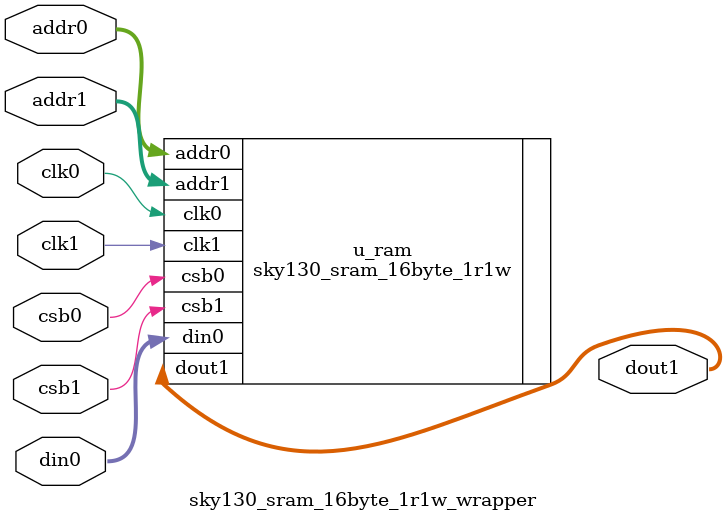
<source format=v>
`timescale 1ns/1ps

module	sky130_sram_16byte_1r1w_wrapper (
    clk0,csb0,addr0,din0,
    clk1,csb1,addr1,dout1
  );
  parameter DATA_WIDTH = 8 ;
  parameter ADDR_WIDTH = 4 ;
  parameter RAM_DEPTH = 1 << ADDR_WIDTH;
  // FIXME: This delay is arbitrary.
  parameter DELAY = 3 ;
  parameter VERBOSE = 1 ; //Set to 0 to only display warnings
  parameter T_HOLD = 1 ; //Delay to hold dout value after posedge. Value is arbitrary

  input  clk0; // clock
  input   csb0; // active low chip select
  input [ADDR_WIDTH-1:0]  addr0;
  input [DATA_WIDTH-1:0]  din0;
  input  clk1; // clock
  input   csb1; // active low chip select
  input [ADDR_WIDTH-1:0]  addr1;
  output [DATA_WIDTH-1:0] dout1;

  sky130_sram_16byte_1r1w
	`ifdef USE_SRAM_SIMULATION_MODEL
		#(.DATA_WIDTH(DATA_WIDTH),
		  .ADDR_WIDTH(ADDR_WIDTH),
		  .DELAY(3),
		  .T_HOLD(1))
	`endif
		u_ram (
		.clk0(clk0),
		.csb0(csb0),
		.addr0(addr0),
		.din0(din0),
		.clk1(clk1),
		.csb1(csb1),
		.addr1(addr1),
		.dout1(dout1)
	);

endmodule

</source>
